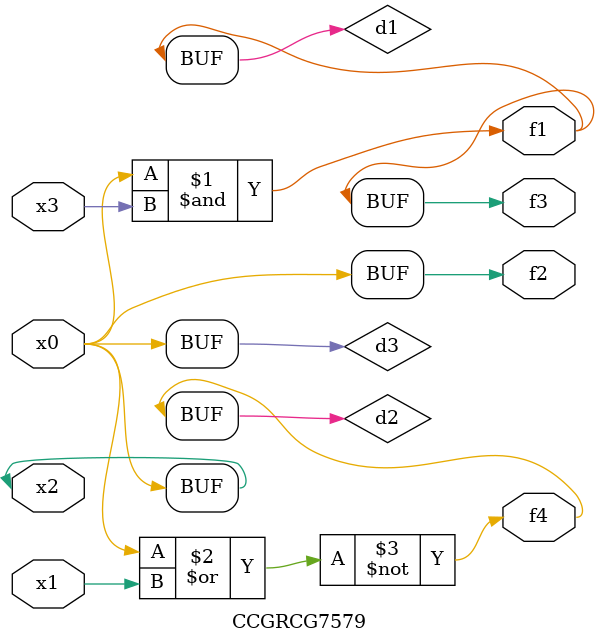
<source format=v>
module CCGRCG7579(
	input x0, x1, x2, x3,
	output f1, f2, f3, f4
);

	wire d1, d2, d3;

	and (d1, x2, x3);
	nor (d2, x0, x1);
	buf (d3, x0, x2);
	assign f1 = d1;
	assign f2 = d3;
	assign f3 = d1;
	assign f4 = d2;
endmodule

</source>
